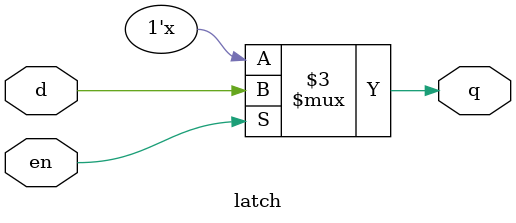
<source format=v>
module primitive_example_design_9 (
  input src,
  output [15:0] set,
  input clock,
  input reset,
  input ibuf1_en,ibuf2_en
);

  wire clock_buf,reset_w;
  wire src_w1,src_w2,set_o;
  reg [15:0] irq_src_w;
  wire [15:0] set_w;
  
  SOC_FPGA_INTF_IRQ inst (
  .IRQ_SRC(irq_src_w),
  .IRQ_SET(set_w),
  .IRQ_CLK(clock_buf),
  .IRQ_RST_N(reset_w)
  );
  
  CLK_BUF clk_buf_inst (.I(clock),.O(clock_buf));
  
  I_BUF ibuf_inst1 (.I(reset),.EN(ibuf1_en),.O(reset_w));
  I_BUF ibuf_inst2 (.I(src),.EN(ibuf2_en),.O(src_w1));

  O_BUF obuf_inst1 (.I(set_o),.O(set));

  latchn #(1) latch_inst1 (.d(src_w1),.en(reset_w),.q(src_w2));
  latch #(16) latch_inst2 (.d(set_w),.en(reset_w),.q(set_o));

  always @ (posedge clock_buf or negedge reset_w) begin
    if (reset_w)
      irq_src_w <= 16'b0;
    else
      irq_src_w <= {irq_src_w[14:0],src_w2};
  end
endmodule

module latchn #(parameter WIDTH=1) (d,en,q);
input en;
input [WIDTH-1:0] d;
output [WIDTH-1:0] q;

always @(*) begin
    if (!en) q = d;
end
endmodule

module latch #(parameter WIDTH=1) (d,en,q);
    input en;
    input [WIDTH-1:0] d;
    output [WIDTH-1:0] q;

    always @(*) begin
        if (en) q = d;
    end
endmodule

</source>
